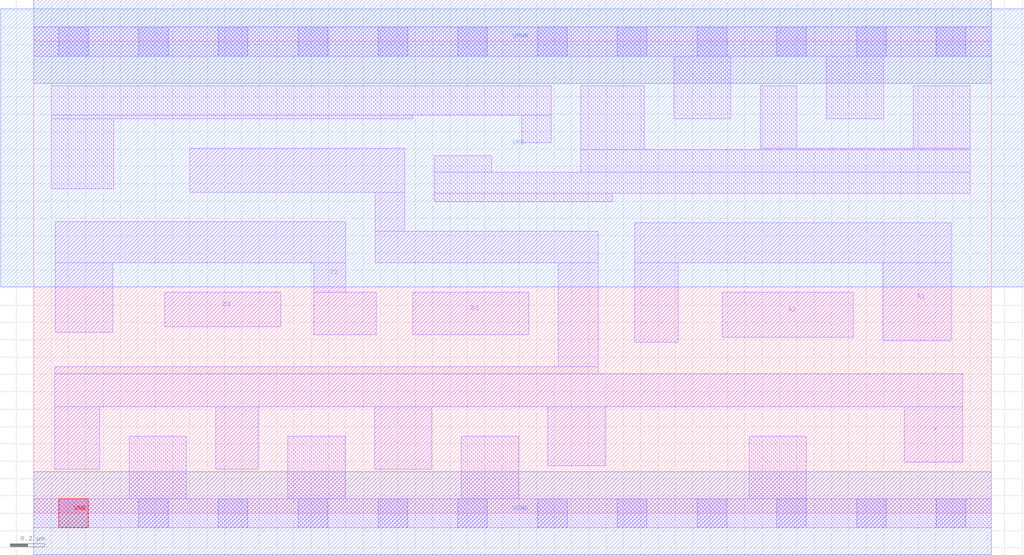
<source format=lef>
# Copyright 2020 The SkyWater PDK Authors
#
# Licensed under the Apache License, Version 2.0 (the "License");
# you may not use this file except in compliance with the License.
# You may obtain a copy of the License at
#
#     https://www.apache.org/licenses/LICENSE-2.0
#
# Unless required by applicable law or agreed to in writing, software
# distributed under the License is distributed on an "AS IS" BASIS,
# WITHOUT WARRANTIES OR CONDITIONS OF ANY KIND, either express or implied.
# See the License for the specific language governing permissions and
# limitations under the License.
#
# SPDX-License-Identifier: Apache-2.0

VERSION 5.7 ;
  NOWIREEXTENSIONATPIN ON ;
  DIVIDERCHAR "/" ;
  BUSBITCHARS "[]" ;
MACRO sky130_fd_sc_hd__a2111oi_2
  CLASS CORE ;
  FOREIGN sky130_fd_sc_hd__a2111oi_2 ;
  ORIGIN  0.000000  0.000000 ;
  SIZE  5.520000 BY  2.720000 ;
  SYMMETRY X Y R90 ;
  SITE unithd ;
  PIN A1
    ANTENNAGATEAREA  0.495000 ;
    DIRECTION INPUT ;
    USE SIGNAL ;
    PORT
      LAYER li1 ;
        RECT 3.465000 0.985000 3.715000 1.445000 ;
        RECT 3.465000 1.445000 5.290000 1.675000 ;
        RECT 4.895000 0.995000 5.290000 1.445000 ;
    END
  END A1
  PIN A2
    ANTENNAGATEAREA  0.495000 ;
    DIRECTION INPUT ;
    USE SIGNAL ;
    PORT
      LAYER li1 ;
        RECT 3.970000 1.015000 4.725000 1.275000 ;
    END
  END A2
  PIN B1
    ANTENNAGATEAREA  0.495000 ;
    DIRECTION INPUT ;
    USE SIGNAL ;
    PORT
      LAYER li1 ;
        RECT 2.185000 1.030000 2.855000 1.275000 ;
    END
  END B1
  PIN C1
    ANTENNAGATEAREA  0.495000 ;
    DIRECTION INPUT ;
    USE SIGNAL ;
    PORT
      LAYER li1 ;
        RECT 0.125000 1.045000 0.455000 1.445000 ;
        RECT 0.125000 1.445000 1.800000 1.680000 ;
        RECT 1.615000 1.030000 1.975000 1.275000 ;
        RECT 1.615000 1.275000 1.800000 1.445000 ;
    END
  END C1
  PIN D1
    ANTENNAGATEAREA  0.495000 ;
    DIRECTION INPUT ;
    USE SIGNAL ;
    PORT
      LAYER li1 ;
        RECT 0.755000 1.075000 1.425000 1.275000 ;
    END
  END D1
  PIN Y
    ANTENNADIFFAREA  1.212750 ;
    DIRECTION OUTPUT ;
    USE SIGNAL ;
    PORT
      LAYER li1 ;
        RECT 0.120000 0.255000 0.380000 0.615000 ;
        RECT 0.120000 0.615000 5.355000 0.805000 ;
        RECT 0.120000 0.805000 3.255000 0.845000 ;
        RECT 0.900000 1.850000 2.140000 2.105000 ;
        RECT 1.050000 0.255000 1.295000 0.615000 ;
        RECT 1.965000 0.255000 2.295000 0.615000 ;
        RECT 1.970000 1.445000 3.255000 1.625000 ;
        RECT 1.970000 1.625000 2.140000 1.850000 ;
        RECT 2.965000 0.275000 3.295000 0.615000 ;
        RECT 3.025000 0.845000 3.255000 1.445000 ;
        RECT 5.020000 0.295000 5.355000 0.615000 ;
    END
  END Y
  PIN VGND
    DIRECTION INOUT ;
    SHAPE ABUTMENT ;
    USE GROUND ;
    PORT
      LAYER met1 ;
        RECT 0.000000 -0.240000 5.520000 0.240000 ;
    END
  END VGND
  PIN VNB
    DIRECTION INOUT ;
    USE GROUND ;
    PORT
      LAYER pwell ;
        RECT 0.145000 -0.085000 0.315000 0.085000 ;
    END
  END VNB
  PIN VPB
    DIRECTION INOUT ;
    USE POWER ;
    PORT
      LAYER nwell ;
        RECT -0.190000 1.305000 5.710000 2.910000 ;
    END
  END VPB
  PIN VPWR
    DIRECTION INOUT ;
    SHAPE ABUTMENT ;
    USE POWER ;
    PORT
      LAYER met1 ;
        RECT 0.000000 2.480000 5.520000 2.960000 ;
    END
  END VPWR
  OBS
    LAYER li1 ;
      RECT 0.000000 -0.085000 5.520000 0.085000 ;
      RECT 0.000000  2.635000 5.520000 2.805000 ;
      RECT 0.100000  1.870000 0.460000 2.275000 ;
      RECT 0.100000  2.275000 2.185000 2.295000 ;
      RECT 0.100000  2.295000 2.985000 2.465000 ;
      RECT 0.550000  0.085000 0.880000 0.445000 ;
      RECT 1.465000  0.085000 1.795000 0.445000 ;
      RECT 2.310000  1.795000 3.335000 1.845000 ;
      RECT 2.310000  1.845000 5.400000 1.965000 ;
      RECT 2.310000  1.965000 2.640000 2.060000 ;
      RECT 2.465000  0.085000 2.795000 0.445000 ;
      RECT 2.815000  2.135000 2.985000 2.295000 ;
      RECT 3.155000  1.965000 5.400000 2.095000 ;
      RECT 3.155000  2.095000 3.520000 2.465000 ;
      RECT 3.690000  2.275000 4.020000 2.635000 ;
      RECT 4.125000  0.085000 4.455000 0.445000 ;
      RECT 4.190000  2.095000 5.400000 2.105000 ;
      RECT 4.190000  2.105000 4.400000 2.465000 ;
      RECT 4.570000  2.275000 4.900000 2.635000 ;
      RECT 5.070000  2.105000 5.400000 2.465000 ;
    LAYER mcon ;
      RECT 0.145000 -0.085000 0.315000 0.085000 ;
      RECT 0.145000  2.635000 0.315000 2.805000 ;
      RECT 0.605000 -0.085000 0.775000 0.085000 ;
      RECT 0.605000  2.635000 0.775000 2.805000 ;
      RECT 1.065000 -0.085000 1.235000 0.085000 ;
      RECT 1.065000  2.635000 1.235000 2.805000 ;
      RECT 1.525000 -0.085000 1.695000 0.085000 ;
      RECT 1.525000  2.635000 1.695000 2.805000 ;
      RECT 1.985000 -0.085000 2.155000 0.085000 ;
      RECT 1.985000  2.635000 2.155000 2.805000 ;
      RECT 2.445000 -0.085000 2.615000 0.085000 ;
      RECT 2.445000  2.635000 2.615000 2.805000 ;
      RECT 2.905000 -0.085000 3.075000 0.085000 ;
      RECT 2.905000  2.635000 3.075000 2.805000 ;
      RECT 3.365000 -0.085000 3.535000 0.085000 ;
      RECT 3.365000  2.635000 3.535000 2.805000 ;
      RECT 3.825000 -0.085000 3.995000 0.085000 ;
      RECT 3.825000  2.635000 3.995000 2.805000 ;
      RECT 4.285000 -0.085000 4.455000 0.085000 ;
      RECT 4.285000  2.635000 4.455000 2.805000 ;
      RECT 4.745000 -0.085000 4.915000 0.085000 ;
      RECT 4.745000  2.635000 4.915000 2.805000 ;
      RECT 5.205000 -0.085000 5.375000 0.085000 ;
      RECT 5.205000  2.635000 5.375000 2.805000 ;
  END
END sky130_fd_sc_hd__a2111oi_2
END LIBRARY

</source>
